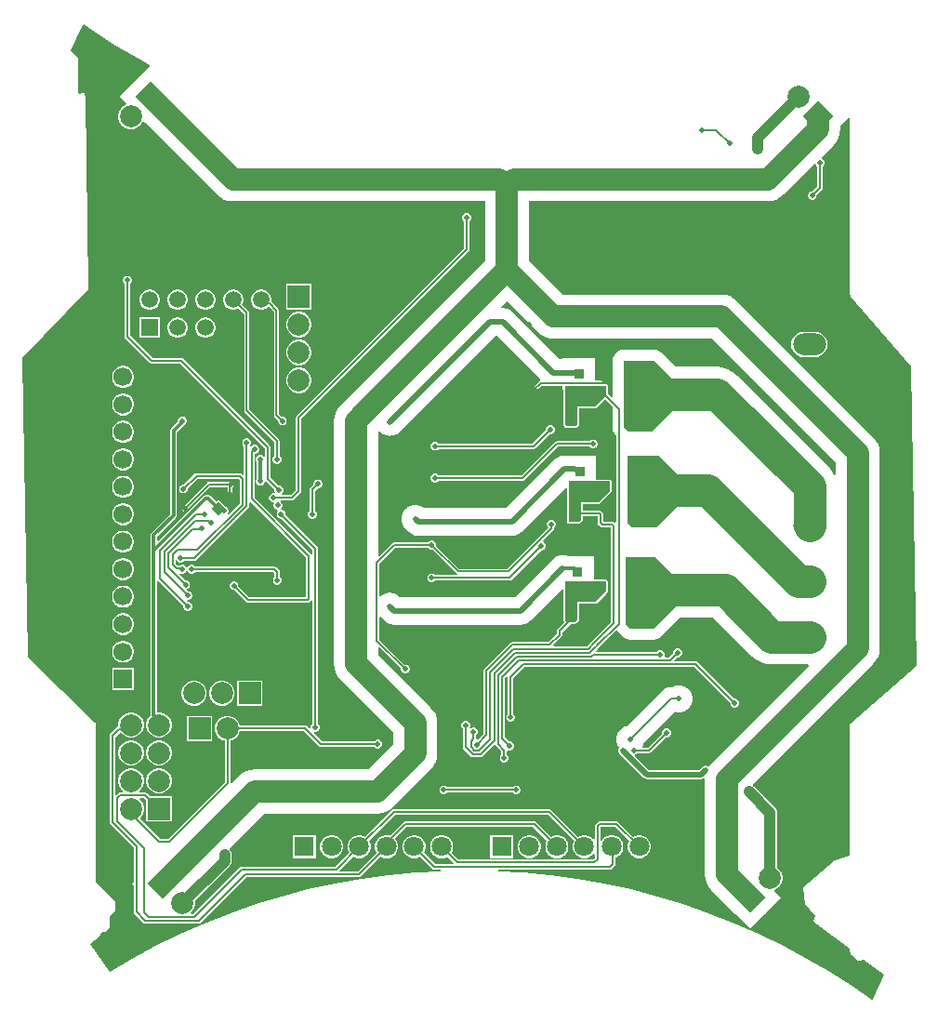
<source format=gbr>
G04*
G04 #@! TF.GenerationSoftware,Altium Limited,Altium Designer,22.4.2 (48)*
G04*
G04 Layer_Physical_Order=2*
G04 Layer_Color=16711680*
%FSLAX44Y44*%
%MOMM*%
G71*
G04*
G04 #@! TF.SameCoordinates,72DCB881-4164-4183-B9F3-641E9368B05D*
G04*
G04*
G04 #@! TF.FilePolarity,Positive*
G04*
G01*
G75*
%ADD10C,0.2000*%
%ADD11C,0.3000*%
%ADD25R,0.9000X0.9000*%
%ADD84C,0.1524*%
%ADD86C,0.5000*%
%ADD88C,1.0000*%
%ADD89C,2.0000*%
%ADD90C,1.7000*%
%ADD91R,1.7000X1.7000*%
%ADD92C,2.0000*%
%ADD93P,2.8284X4X270.0*%
%ADD94O,3.0000X2.0000*%
%ADD95P,2.8284X4X180.0*%
%ADD96C,1.8000*%
%ADD97R,1.8000X1.8000*%
%ADD98R,2.0000X2.0000*%
%ADD99R,2.0000X2.0000*%
%ADD100R,1.5000X1.5000*%
%ADD101C,1.5000*%
%ADD102O,2.0000X3.0000*%
%ADD103C,0.5000*%
%ADD104R,0.9000X1.6000*%
%ADD105P,1.2728X4X270.0*%
%ADD106C,3.0000*%
G36*
X686863Y640862D02*
X687165Y479995D01*
X687253Y479555D01*
X687307Y479111D01*
X687362Y479015D01*
X687383Y478907D01*
X687633Y478534D01*
X687853Y478144D01*
X742557Y414583D01*
X747337Y142106D01*
X687467Y89639D01*
X687409Y89564D01*
X687330Y89511D01*
X687073Y89127D01*
X686790Y88759D01*
X686766Y88667D01*
X686713Y88589D01*
X686623Y88134D01*
X686503Y87687D01*
X686515Y87593D01*
X686497Y87500D01*
Y-27892D01*
X686499Y-27903D01*
X686497Y-27913D01*
X686516Y-30495D01*
X673000Y-35000D01*
X655000Y-50000D01*
X644000Y-60000D01*
X646000Y-75000D01*
X655000Y-86000D01*
X654000Y-91000D01*
X687132Y-115849D01*
X687155Y-119021D01*
X687180Y-119138D01*
X687167Y-119257D01*
X687291Y-119678D01*
X687380Y-120108D01*
X687447Y-120207D01*
X687481Y-120322D01*
X687757Y-120663D01*
X688003Y-121026D01*
X688103Y-121092D01*
X688179Y-121185D01*
X694179Y-126185D01*
X694504Y-126362D01*
X694802Y-126580D01*
X694987Y-126625D01*
X695154Y-126716D01*
X695521Y-126755D01*
X695881Y-126842D01*
X696068Y-126813D01*
X696257Y-126833D01*
X696612Y-126728D01*
X696977Y-126671D01*
X697140Y-126573D01*
X697322Y-126519D01*
X697610Y-126286D01*
X697925Y-126094D01*
X698037Y-125941D01*
X698185Y-125821D01*
X698222Y-125754D01*
X699033Y-125411D01*
X699758Y-125319D01*
X718248Y-139186D01*
X707875Y-161518D01*
X706648Y-161849D01*
X690161Y-150358D01*
X669344Y-137032D01*
X648020Y-124533D01*
X626221Y-112882D01*
X603982Y-102095D01*
X581337Y-92190D01*
X558320Y-83181D01*
X534967Y-75083D01*
X511314Y-67908D01*
X487398Y-61667D01*
X463255Y-56370D01*
X438923Y-52025D01*
X414439Y-48638D01*
X389841Y-46216D01*
X366503Y-44839D01*
X366541Y-43569D01*
X468000D01*
X468983Y-43374D01*
X469817Y-42817D01*
X472817Y-39817D01*
X473374Y-38983D01*
X473569Y-38000D01*
Y-32435D01*
X474061Y-32303D01*
X476459Y-30918D01*
X478418Y-28959D01*
X479803Y-26561D01*
X480520Y-23885D01*
Y-21115D01*
X479803Y-18439D01*
X478418Y-16041D01*
X476459Y-14082D01*
X474061Y-12697D01*
X471385Y-11980D01*
X468615D01*
X465939Y-12697D01*
X463541Y-14082D01*
X461582Y-16041D01*
X460839Y-17327D01*
X459569Y-16986D01*
Y-5064D01*
X460064Y-4569D01*
X473436D01*
X485969Y-17103D01*
X485197Y-18439D01*
X484480Y-21115D01*
Y-23885D01*
X485197Y-26561D01*
X486582Y-28959D01*
X488541Y-30918D01*
X490939Y-32303D01*
X493615Y-33020D01*
X496385D01*
X499061Y-32303D01*
X501459Y-30918D01*
X503418Y-28959D01*
X504803Y-26561D01*
X505520Y-23885D01*
Y-21115D01*
X504803Y-18439D01*
X503418Y-16041D01*
X501459Y-14082D01*
X499061Y-12697D01*
X496385Y-11980D01*
X493615D01*
X490939Y-12697D01*
X489603Y-13469D01*
X476317Y-183D01*
X475483Y374D01*
X474500Y569D01*
X459000D01*
X458017Y374D01*
X457183Y-183D01*
X455183Y-2183D01*
X454626Y-3017D01*
X454431Y-4000D01*
Y-15419D01*
X453161Y-15783D01*
X451459Y-14082D01*
X449061Y-12697D01*
X446385Y-11980D01*
X443615D01*
X440939Y-12697D01*
X439603Y-13469D01*
X415317Y10817D01*
X414483Y11374D01*
X413500Y11569D01*
X271500D01*
X270517Y11374D01*
X269683Y10817D01*
X245397Y-13469D01*
X244061Y-12697D01*
X241385Y-11980D01*
X238615D01*
X235939Y-12697D01*
X233541Y-14082D01*
X231582Y-16041D01*
X230197Y-18439D01*
X229480Y-21115D01*
Y-23885D01*
X230197Y-26561D01*
X230969Y-27898D01*
X218039Y-40827D01*
X132603D01*
X131620Y-41023D01*
X130787Y-41580D01*
X88435Y-83931D01*
X87118D01*
X86591Y-82661D01*
X88199Y-81054D01*
X89715Y-78427D01*
X90500Y-75497D01*
Y-72464D01*
X90352Y-71909D01*
X122150Y-40111D01*
X122150Y-40111D01*
X123195Y-38749D01*
X123852Y-37163D01*
X124076Y-35461D01*
Y-30000D01*
X123852Y-28298D01*
X123195Y-26712D01*
X122150Y-25350D01*
X121760Y-25051D01*
X121677Y-23783D01*
X153080Y7619D01*
X256716D01*
X260637Y8005D01*
X264407Y9149D01*
X267881Y11006D01*
X270926Y13505D01*
X305211Y47789D01*
X307710Y50835D01*
X309567Y54309D01*
X310711Y58079D01*
X311097Y62000D01*
Y90000D01*
X310711Y93921D01*
X309567Y97691D01*
X307710Y101165D01*
X305211Y104211D01*
X257097Y152324D01*
Y158953D01*
X258270Y159439D01*
X277980Y139729D01*
Y138200D01*
X278592Y136723D01*
X279723Y135592D01*
X281200Y134980D01*
X282800D01*
X284277Y135592D01*
X285408Y136723D01*
X286020Y138200D01*
Y139800D01*
X285408Y141277D01*
X284277Y142408D01*
X282800Y143020D01*
X281271D01*
X258327Y165964D01*
Y186047D01*
X259597Y186573D01*
X263085Y183085D01*
X263085Y183085D01*
X265696Y181081D01*
X268737Y179822D01*
X272000Y179392D01*
X387000D01*
X390263Y179822D01*
X393304Y181081D01*
X395915Y183085D01*
X425085Y212255D01*
X426355Y211728D01*
Y183000D01*
X426803Y181917D01*
X420493Y175607D01*
X419936Y174773D01*
X419741Y173790D01*
Y171334D01*
X412036Y163629D01*
X379148D01*
X378165Y163434D01*
X377331Y162877D01*
X354103Y139649D01*
X353546Y138815D01*
X353351Y137832D01*
Y79984D01*
X348237Y74871D01*
X347736Y74946D01*
X346619Y75614D01*
Y78934D01*
X347458Y79773D01*
X348070Y81250D01*
Y82849D01*
X347458Y84327D01*
X346327Y85458D01*
X344849Y86070D01*
X343250D01*
X341772Y85458D01*
X341381Y85066D01*
X340408Y85783D01*
X341020Y87260D01*
Y88860D01*
X340408Y90337D01*
X339277Y91468D01*
X337800Y92080D01*
X336200D01*
X334723Y91468D01*
X333592Y90337D01*
X332980Y88860D01*
Y87260D01*
X333592Y85783D01*
X334431Y84944D01*
Y67923D01*
X334626Y66939D01*
X335183Y66106D01*
X341646Y59643D01*
X342479Y59086D01*
X343463Y58891D01*
X350537D01*
X351521Y59086D01*
X352354Y59643D01*
X362755Y70044D01*
X364019Y69778D01*
X364170Y69663D01*
X364663Y68926D01*
X369431Y64158D01*
Y61116D01*
X368592Y60277D01*
X367980Y58800D01*
Y57200D01*
X368592Y55723D01*
X369723Y54592D01*
X371200Y53980D01*
X372800D01*
X374277Y54592D01*
X375408Y55723D01*
X376020Y57200D01*
Y58800D01*
X375408Y60277D01*
X374569Y61116D01*
Y64271D01*
X375839Y65120D01*
X376217Y64963D01*
X377816D01*
X379294Y65575D01*
X380425Y66706D01*
X381037Y68184D01*
Y69783D01*
X380425Y71260D01*
X379294Y72391D01*
X377816Y73003D01*
X376630D01*
X372569Y77064D01*
Y130936D01*
X374260Y132627D01*
X375431Y132001D01*
X375431Y132000D01*
Y98116D01*
X374592Y97277D01*
X373980Y95800D01*
Y94200D01*
X374592Y92723D01*
X375723Y91592D01*
X377200Y90980D01*
X378800D01*
X380277Y91592D01*
X381408Y92723D01*
X382020Y94200D01*
Y95800D01*
X381408Y97277D01*
X380569Y98116D01*
Y130936D01*
X390524Y140891D01*
X545476D01*
X577980Y108386D01*
Y107200D01*
X578592Y105723D01*
X579723Y104592D01*
X581200Y103980D01*
X582800D01*
X584277Y104592D01*
X585408Y105723D01*
X586020Y107200D01*
Y108800D01*
X585408Y110277D01*
X584277Y111408D01*
X582800Y112020D01*
X581614D01*
X548357Y145277D01*
X547523Y145834D01*
X546540Y146029D01*
X527322D01*
X526836Y147203D01*
X529578Y149944D01*
X530800D01*
X532277Y150556D01*
X533408Y151687D01*
X534020Y153165D01*
Y154764D01*
X533408Y156242D01*
X532277Y157372D01*
X530800Y157984D01*
X529200D01*
X527723Y157372D01*
X526592Y156242D01*
X525980Y154764D01*
Y153614D01*
X521916Y149549D01*
X518711D01*
X517862Y150819D01*
X518020Y151200D01*
Y152800D01*
X517408Y154277D01*
X516277Y155408D01*
X514800Y156020D01*
X513200D01*
X511723Y155408D01*
X510884Y154569D01*
X455818D01*
X455332Y155743D01*
X457120Y157530D01*
X457379Y157703D01*
X473744Y174068D01*
X475011Y173985D01*
X475868Y172868D01*
X475868Y172868D01*
X479868Y168868D01*
X481957Y167265D01*
X484389Y166257D01*
X487000Y165914D01*
X508000D01*
X508000Y165914D01*
X510611Y166257D01*
X513043Y167265D01*
X515132Y168868D01*
X532143Y185879D01*
X562595D01*
X597837Y150637D01*
X597837Y150637D01*
X601644Y147513D01*
X605987Y145191D01*
X610699Y143762D01*
X615600Y143279D01*
X615600Y143279D01*
X649062D01*
X649588Y142009D01*
X560789Y53211D01*
X559048Y51089D01*
X557900Y50440D01*
X557657Y50541D01*
X557217Y50802D01*
X557191Y50819D01*
X556795Y50898D01*
X556423Y51052D01*
X556019D01*
X555623Y51131D01*
X555227Y51052D01*
X554823D01*
X554450Y50898D01*
X554054Y50819D01*
X553718Y50595D01*
X553346Y50440D01*
X553060Y50155D01*
X552724Y49931D01*
X549893Y47099D01*
X503698D01*
X490990Y59807D01*
X491375Y61218D01*
X492277Y61592D01*
X493358Y62673D01*
X504000D01*
X504890Y62850D01*
X505645Y63355D01*
X519271Y76980D01*
X520800D01*
X522277Y77592D01*
X523408Y78723D01*
X524020Y80200D01*
Y81800D01*
X523408Y83277D01*
X522277Y84408D01*
X520800Y85020D01*
X519200D01*
X517723Y84408D01*
X516592Y83277D01*
X515980Y81800D01*
Y80271D01*
X503036Y67327D01*
X498274D01*
X497639Y68427D01*
X498648Y70175D01*
X499059Y71708D01*
X527380Y100029D01*
X529354Y99500D01*
X532646D01*
X535825Y100352D01*
X538675Y101997D01*
X541003Y104325D01*
X542648Y107175D01*
X543500Y110354D01*
Y113646D01*
X542648Y116825D01*
X541003Y119675D01*
X538675Y122002D01*
X535825Y123648D01*
X532646Y124500D01*
X529354D01*
X526175Y123648D01*
X524801Y122855D01*
X524000D01*
X521191Y122485D01*
X518573Y121401D01*
X516324Y119676D01*
X483708Y87059D01*
X482175Y86648D01*
X479325Y85002D01*
X476997Y82675D01*
X475352Y79825D01*
X474500Y76646D01*
Y73354D01*
X475352Y70175D01*
X476866Y67552D01*
X476592Y67277D01*
X476438Y66904D01*
X476213Y66568D01*
X476134Y66172D01*
X475980Y65800D01*
Y65396D01*
X475901Y65000D01*
X475980Y64604D01*
Y64200D01*
X476134Y63828D01*
X476213Y63431D01*
X476438Y63096D01*
X476592Y62723D01*
X476877Y62437D01*
X477102Y62102D01*
X499102Y40102D01*
X500432Y39213D01*
X502000Y38901D01*
X551590D01*
X553159Y39213D01*
X553683Y39563D01*
X554573Y39152D01*
X554903Y38851D01*
Y-47961D01*
X555289Y-51881D01*
X556433Y-55651D01*
X558290Y-59126D01*
X560789Y-62171D01*
X581809Y-83191D01*
X582572Y-83817D01*
X596020Y-97265D01*
X609467Y-83817D01*
X610230Y-83191D01*
X610857Y-82428D01*
X624304Y-68980D01*
X618281Y-62957D01*
X618711Y-61591D01*
X621054Y-60238D01*
X623199Y-58093D01*
X624715Y-55466D01*
X625500Y-52536D01*
Y-49503D01*
X624715Y-46573D01*
X623199Y-43946D01*
X621054Y-41802D01*
X620556Y-41514D01*
Y8520D01*
X620332Y10222D01*
X619675Y11808D01*
X618630Y13170D01*
X618630Y13170D01*
X599670Y32130D01*
X598922Y32705D01*
X598705Y34284D01*
X708211Y143790D01*
X710710Y146835D01*
X712567Y150309D01*
X713711Y154079D01*
X714097Y158000D01*
Y336000D01*
X713711Y339921D01*
X712567Y343691D01*
X710710Y347165D01*
X708211Y350211D01*
X584211Y474211D01*
X581165Y476710D01*
X577691Y478567D01*
X573921Y479711D01*
X570000Y480097D01*
X425326D01*
X394697Y510726D01*
Y550000D01*
Y555000D01*
Y564903D01*
X612500D01*
X616421Y565289D01*
X620191Y566433D01*
X623665Y568290D01*
X626711Y570789D01*
X654807Y598885D01*
X656255Y598537D01*
X656592Y597723D01*
X657431Y596884D01*
Y578564D01*
X652886Y574020D01*
X651700D01*
X650223Y573408D01*
X649092Y572277D01*
X648480Y570800D01*
Y569200D01*
X649092Y567723D01*
X650223Y566592D01*
X651700Y565980D01*
X653300D01*
X654777Y566592D01*
X655908Y567723D01*
X656520Y569200D01*
Y570386D01*
X661817Y575683D01*
X662374Y576517D01*
X662569Y577500D01*
Y596884D01*
X663408Y597723D01*
X664020Y599200D01*
Y600800D01*
X663408Y602277D01*
X662277Y603408D01*
X661463Y603745D01*
X661115Y605193D01*
X672171Y616250D01*
X674670Y619295D01*
X676527Y622770D01*
X677671Y626540D01*
X678057Y630461D01*
Y633852D01*
X685592Y641387D01*
X686863Y640862D01*
D02*
G37*
G36*
X465000Y388000D02*
X455000Y378000D01*
X439000D01*
Y362000D01*
X437000Y360000D01*
X429000D01*
X428000Y361000D01*
Y397000D01*
X465000D01*
Y388000D01*
D02*
G37*
G36*
X528000Y400000D02*
Y377000D01*
X506000Y355000D01*
X485000D01*
X481000Y359000D01*
Y420000D01*
X508000D01*
X528000Y400000D01*
D02*
G37*
G36*
X405123Y403047D02*
X404705Y401669D01*
X404610Y401650D01*
X403855Y401145D01*
X400709Y398000D01*
X400205Y397245D01*
X400028Y396355D01*
X400205Y395464D01*
X400709Y394710D01*
X401464Y394205D01*
X402355Y394028D01*
X403245Y394205D01*
X404000Y394710D01*
X406464Y397173D01*
X412842D01*
X412973Y397138D01*
X413737Y396822D01*
X414556Y396714D01*
X415354Y396500D01*
X416180D01*
X417000Y396392D01*
X417000Y396392D01*
X425500D01*
Y393000D01*
X426355D01*
Y361000D01*
X426837Y359837D01*
X427837Y358837D01*
X429000Y358355D01*
X437000D01*
X438163Y358837D01*
X439807Y360480D01*
X440020D01*
Y360693D01*
X440163Y360837D01*
X440645Y362000D01*
Y376355D01*
X455000D01*
X456163Y376837D01*
X464096Y384770D01*
X470914Y377953D01*
Y359000D01*
X471257Y356390D01*
X472265Y353957D01*
X473868Y351868D01*
X473868Y351868D01*
X473911Y351825D01*
Y299321D01*
X473879Y299000D01*
X473911Y298679D01*
Y272847D01*
X472746Y272332D01*
X472641Y272313D01*
X471832Y272854D01*
X470848Y273049D01*
X462549D01*
Y279828D01*
X462549Y279828D01*
X462354Y280812D01*
X461797Y281645D01*
X460625Y282817D01*
X459792Y283374D01*
X458808Y283569D01*
X443645D01*
Y289355D01*
X458000D01*
X459163Y289837D01*
X466807Y297480D01*
X467020D01*
Y297693D01*
X469163Y299837D01*
X469645Y301000D01*
Y310000D01*
X469163Y311163D01*
X468000Y311645D01*
X455500D01*
Y333000D01*
X439820D01*
X439739Y333011D01*
X439334Y333178D01*
X436071Y333608D01*
X427000D01*
X426181Y333500D01*
X425354D01*
X424556Y333286D01*
X423737Y333178D01*
X422973Y332862D01*
X422175Y332648D01*
X421460Y332235D01*
X420696Y331919D01*
X420040Y331416D01*
X419325Y331003D01*
X418741Y330418D01*
X418085Y329915D01*
X373778Y285608D01*
X299070D01*
X298675Y286003D01*
X297960Y286416D01*
X297304Y286919D01*
X296541Y287235D01*
X295825Y287648D01*
X295027Y287862D01*
X294263Y288178D01*
X293444Y288286D01*
X292646Y288500D01*
X291819D01*
X291000Y288608D01*
X290181Y288500D01*
X289354D01*
X288556Y288286D01*
X287737Y288178D01*
X286973Y287862D01*
X286175Y287648D01*
X285460Y287235D01*
X284696Y286919D01*
X284040Y286416D01*
X283325Y286003D01*
X282740Y285418D01*
X282085Y284915D01*
X281582Y284259D01*
X280998Y283675D01*
X280584Y282960D01*
X280081Y282304D01*
X279765Y281541D01*
X279352Y280825D01*
X279138Y280027D01*
X278822Y279263D01*
X278714Y278444D01*
X278500Y277646D01*
Y276819D01*
X278392Y276000D01*
X278500Y275181D01*
Y274354D01*
X278714Y273556D01*
X278822Y272737D01*
X279138Y271973D01*
X279352Y271175D01*
X279765Y270460D01*
X280081Y269696D01*
X280584Y269040D01*
X280998Y268325D01*
X281582Y267740D01*
X282085Y267085D01*
X285085Y264085D01*
X287696Y262081D01*
X290737Y260822D01*
X294000Y260392D01*
X379000D01*
X382263Y260822D01*
X385304Y262081D01*
X387915Y264085D01*
X427830Y304000D01*
X429355D01*
Y290520D01*
X428980D01*
Y271480D01*
X431698D01*
X432000Y271355D01*
X440000D01*
X440302Y271480D01*
X441020D01*
Y271777D01*
X441163Y271837D01*
X443163Y273837D01*
X443645Y275000D01*
Y278431D01*
X457411D01*
Y271956D01*
X457606Y270973D01*
X458163Y270139D01*
X459639Y268663D01*
X460473Y268106D01*
X461456Y267910D01*
X469451D01*
Y182020D01*
X452460Y165030D01*
X452201Y164857D01*
X447454Y160109D01*
X417443D01*
X416956Y161283D01*
X424127Y168453D01*
X424684Y169287D01*
X424879Y170270D01*
X424879Y170270D01*
Y172726D01*
X432509Y180355D01*
X437000D01*
X437302Y180480D01*
X439020D01*
Y181693D01*
X440163Y182837D01*
X440645Y184000D01*
Y198355D01*
X455000D01*
X456163Y198837D01*
X463807Y206480D01*
X465020D01*
Y207693D01*
X466163Y208837D01*
X466645Y210000D01*
Y219000D01*
X466163Y220163D01*
X465000Y220645D01*
X453500D01*
Y242000D01*
X436642D01*
X436017Y242082D01*
X436017Y242082D01*
X430393D01*
X430308Y242131D01*
X429510Y242345D01*
X428746Y242661D01*
X427927Y242769D01*
X427129Y242983D01*
X426302D01*
X425483Y243091D01*
X424664Y242983D01*
X423837D01*
X423039Y242769D01*
X422220Y242661D01*
X421456Y242345D01*
X420658Y242131D01*
X419943Y241718D01*
X419179Y241402D01*
X418523Y240899D01*
X417808Y240485D01*
X417224Y239901D01*
X416568Y239398D01*
X381778Y204608D01*
X277222D01*
X276915Y204915D01*
X276259Y205418D01*
X275675Y206003D01*
X274960Y206416D01*
X274304Y206919D01*
X273540Y207235D01*
X272825Y207648D01*
X272027Y207862D01*
X271263Y208178D01*
X270444Y208286D01*
X269646Y208500D01*
X268819D01*
X268000Y208608D01*
X267181Y208500D01*
X266354D01*
X265556Y208286D01*
X264737Y208178D01*
X263973Y207862D01*
X263175Y207648D01*
X262460Y207235D01*
X261696Y206919D01*
X261040Y206416D01*
X260325Y206003D01*
X259741Y205418D01*
X259597Y205308D01*
X258327Y205934D01*
Y235036D01*
X272964Y249673D01*
X302642D01*
X303723Y248592D01*
X305200Y247980D01*
X306730D01*
X328355Y226355D01*
X329110Y225850D01*
X329165Y225839D01*
X329040Y224569D01*
X309116D01*
X308277Y225408D01*
X306800Y226020D01*
X305200D01*
X303723Y225408D01*
X302592Y224277D01*
X301980Y222800D01*
Y221200D01*
X302592Y219723D01*
X303723Y218592D01*
X305200Y217980D01*
X306800D01*
X308277Y218592D01*
X309116Y219431D01*
X376870D01*
X377853Y219626D01*
X378687Y220183D01*
X405504Y247000D01*
X406690D01*
X408167Y247612D01*
X409298Y248743D01*
X409910Y250220D01*
Y251820D01*
X409298Y253297D01*
X408167Y254428D01*
X407782Y254588D01*
X407484Y256086D01*
X416645Y265247D01*
X417150Y266002D01*
X417327Y266893D01*
Y267642D01*
X418408Y268723D01*
X419020Y270200D01*
Y271800D01*
X418408Y273277D01*
X417277Y274408D01*
X415800Y275020D01*
X414200D01*
X412723Y274408D01*
X411592Y273277D01*
X410980Y271800D01*
Y270200D01*
X411592Y268723D01*
X412566Y267749D01*
X375144Y230327D01*
X330964D01*
X310020Y251271D01*
Y252800D01*
X309408Y254277D01*
X308277Y255408D01*
X306800Y256020D01*
X305200D01*
X303723Y255408D01*
X302642Y254327D01*
X272000D01*
X271110Y254150D01*
X270355Y253645D01*
X258270Y241561D01*
X257097Y242047D01*
Y355433D01*
X258367Y355956D01*
X258582Y355741D01*
X259085Y355085D01*
X259741Y354582D01*
X260325Y353997D01*
X261040Y353584D01*
X261696Y353081D01*
X262460Y352765D01*
X263175Y352352D01*
X263973Y352138D01*
X264737Y351822D01*
X265556Y351714D01*
X266354Y351500D01*
X267181D01*
X268000Y351392D01*
X268819Y351500D01*
X269646D01*
X270444Y351714D01*
X271263Y351822D01*
X272027Y352138D01*
X272825Y352352D01*
X273540Y352765D01*
X274304Y353081D01*
X274960Y353584D01*
X275675Y353997D01*
X276259Y354582D01*
X276915Y355085D01*
X364222Y442392D01*
X365778D01*
X405123Y403047D01*
D02*
G37*
G36*
X402791Y445789D02*
X405836Y443290D01*
X409311Y441433D01*
X413081Y440289D01*
X417001Y439903D01*
X561676D01*
X673903Y327676D01*
Y316008D01*
X672633Y315690D01*
X670887Y318957D01*
X667763Y322763D01*
X667763Y322763D01*
X583763Y406763D01*
X579956Y409887D01*
X575613Y412209D01*
X570901Y413638D01*
X566000Y414121D01*
X566000Y414121D01*
X528143D01*
X515132Y427132D01*
X513043Y428735D01*
X510611Y429743D01*
X508000Y430086D01*
X481000D01*
X478390Y429743D01*
X475957Y428735D01*
X473868Y427132D01*
X472265Y425043D01*
X471257Y422611D01*
X470914Y420000D01*
Y386879D01*
X469740Y386393D01*
X466645Y389488D01*
Y397000D01*
X466163Y398163D01*
X466020Y398223D01*
Y398520D01*
X465302D01*
X465000Y398645D01*
X463028D01*
X462327Y399500D01*
X462150Y400390D01*
X461645Y401145D01*
X460890Y401650D01*
X460000Y401827D01*
X454500D01*
Y422000D01*
X425500D01*
Y421608D01*
X422222D01*
X379915Y463915D01*
X377304Y465919D01*
X374263Y467178D01*
X371000Y467608D01*
X369887D01*
X369401Y468781D01*
X374600Y473980D01*
X402791Y445789D01*
D02*
G37*
G36*
X468000Y301000D02*
X458000Y291000D01*
X442000D01*
Y275000D01*
X440000Y273000D01*
X432000D01*
X431000Y274000D01*
Y310000D01*
X468000D01*
Y301000D01*
D02*
G37*
G36*
X529500Y316500D02*
Y286500D01*
X511000Y268000D01*
X488000D01*
X484000Y272000D01*
Y333000D01*
X513000D01*
X529500Y316500D01*
D02*
G37*
G36*
X465000Y210000D02*
X455000Y200000D01*
X439000D01*
Y184000D01*
X437000Y182000D01*
X429000D01*
X428000Y183000D01*
Y219000D01*
X465000D01*
Y210000D01*
D02*
G37*
G36*
X530000Y221000D02*
Y198000D01*
X508000Y176000D01*
X487000D01*
X483000Y180000D01*
Y241000D01*
X510000D01*
X530000Y221000D01*
D02*
G37*
G36*
X-2599Y720321D02*
X18150Y707039D01*
X34924Y697207D01*
X37452Y695351D01*
X39277Y694657D01*
X39404Y694582D01*
X49330Y689277D01*
X49475Y687759D01*
X36553Y674837D01*
X35789Y674211D01*
X35163Y673447D01*
X21716Y660000D01*
X27739Y653977D01*
X27309Y652611D01*
X24966Y651258D01*
X22821Y649113D01*
X21305Y646486D01*
X20519Y643556D01*
Y640523D01*
X21305Y637593D01*
X22821Y634966D01*
X24966Y632821D01*
X27593Y631305D01*
X30523Y630519D01*
X33556D01*
X36486Y631305D01*
X39113Y632821D01*
X41258Y634966D01*
X42560Y637222D01*
X43961Y637618D01*
X110789Y570789D01*
X113835Y568290D01*
X117309Y566433D01*
X121079Y565289D01*
X125000Y564903D01*
X354503D01*
Y555000D01*
Y545000D01*
Y510726D01*
X222789Y379012D01*
X220290Y375967D01*
X218433Y372492D01*
X217289Y368722D01*
X216903Y364801D01*
Y144000D01*
X217289Y140079D01*
X218433Y136309D01*
X220290Y132835D01*
X222789Y129789D01*
X270903Y81676D01*
Y70324D01*
X248391Y47813D01*
X144755D01*
X140835Y47426D01*
X137065Y46283D01*
X133590Y44426D01*
X130545Y41926D01*
X123839Y35221D01*
X122569Y35747D01*
Y73762D01*
X124447Y74265D01*
X127073Y75782D01*
X129218Y77927D01*
X130735Y80553D01*
X131238Y82431D01*
X189936D01*
X203203Y69163D01*
X204037Y68606D01*
X205020Y68411D01*
X253884D01*
X254723Y67572D01*
X256200Y66960D01*
X257800D01*
X259277Y67572D01*
X260408Y68703D01*
X261020Y70180D01*
Y71780D01*
X260408Y73257D01*
X259277Y74388D01*
X257800Y75000D01*
X256200D01*
X254723Y74388D01*
X253884Y73549D01*
X206084D01*
X198827Y80807D01*
X198976Y81275D01*
X199450Y81980D01*
X200800D01*
X202277Y82592D01*
X203408Y83723D01*
X204020Y85200D01*
Y86800D01*
X203408Y88277D01*
X202569Y89116D01*
Y249000D01*
X202374Y249983D01*
X201817Y250817D01*
X201817Y250817D01*
X173020Y279614D01*
Y280800D01*
X172408Y282277D01*
X171277Y283408D01*
X169800Y284020D01*
X169501D01*
X168975Y285290D01*
X169408Y285723D01*
X170020Y287200D01*
Y288800D01*
X169408Y290277D01*
X168525Y291161D01*
X168843Y292317D01*
X168914Y292431D01*
X179000D01*
X179983Y292626D01*
X180817Y293183D01*
X186817Y299183D01*
X187374Y300017D01*
X187569Y301000D01*
Y366936D01*
X339817Y519183D01*
X340374Y520017D01*
X340569Y521000D01*
Y546924D01*
X341408Y547763D01*
X342020Y549240D01*
Y550840D01*
X341408Y552317D01*
X340277Y553448D01*
X338800Y554060D01*
X337200D01*
X335723Y553448D01*
X334592Y552317D01*
X333980Y550840D01*
Y549240D01*
X334592Y547763D01*
X335431Y546924D01*
Y522064D01*
X183183Y369817D01*
X182626Y368983D01*
X182431Y368000D01*
Y302064D01*
X177936Y297569D01*
X169914D01*
X169843Y297683D01*
X169524Y298839D01*
X170408Y299723D01*
X171020Y301200D01*
Y302800D01*
X170408Y304277D01*
X169277Y305408D01*
X167800Y306020D01*
X166614D01*
X159569Y313064D01*
Y341000D01*
X159569Y341000D01*
X159374Y341983D01*
X158817Y342817D01*
X158817Y342817D01*
X79817Y421817D01*
X78983Y422374D01*
X78000Y422569D01*
X52064D01*
X31569Y443064D01*
Y489884D01*
X32408Y490723D01*
X33020Y492200D01*
Y493800D01*
X32408Y495277D01*
X31277Y496408D01*
X29800Y497020D01*
X28200D01*
X26723Y496408D01*
X25592Y495277D01*
X24980Y493800D01*
Y492200D01*
X25592Y490723D01*
X26431Y489884D01*
Y442000D01*
X26626Y441017D01*
X27183Y440183D01*
X49183Y418183D01*
X50017Y417626D01*
X51000Y417431D01*
X76936D01*
X154431Y339936D01*
Y332914D01*
X154317Y332843D01*
X153161Y332525D01*
X152277Y333408D01*
X150800Y334020D01*
X149200D01*
X147723Y333408D01*
X146592Y332277D01*
X145980Y330800D01*
Y329200D01*
X146592Y327723D01*
X146921Y327394D01*
Y312606D01*
X146592Y312277D01*
X145980Y310800D01*
Y309200D01*
X146592Y307723D01*
X147723Y306592D01*
X149200Y305980D01*
X150800D01*
X152277Y306592D01*
X153408Y307723D01*
X154020Y309200D01*
Y309638D01*
X154841Y310023D01*
X155290Y310076D01*
X162980Y302386D01*
Y301200D01*
X163420Y300138D01*
X163115Y299588D01*
X162670Y299061D01*
X162613Y299020D01*
X161200D01*
X159723Y298408D01*
X158592Y297277D01*
X157980Y295800D01*
Y294200D01*
X158592Y292723D01*
X159723Y291592D01*
X161200Y290980D01*
X161613D01*
X161651Y290953D01*
X162357Y289710D01*
X161980Y288800D01*
Y287200D01*
X162592Y285723D01*
X163723Y284592D01*
X165200Y283980D01*
X165499D01*
X166025Y282710D01*
X165592Y282277D01*
X164980Y280800D01*
Y279200D01*
X165592Y277723D01*
X166723Y276592D01*
X168200Y275980D01*
X169386D01*
X197431Y247936D01*
Y243685D01*
X196161Y243302D01*
X195817Y243817D01*
X144569Y295064D01*
Y334980D01*
X145800D01*
X147277Y335592D01*
X148408Y336723D01*
X149020Y338200D01*
Y339800D01*
X148408Y341277D01*
X147277Y342408D01*
X145800Y343020D01*
X144200D01*
X142723Y342408D01*
X141753Y341438D01*
X141003Y341514D01*
X140413Y341750D01*
X140345Y342160D01*
X140908Y342723D01*
X141520Y344200D01*
Y345800D01*
X140908Y347277D01*
X139777Y348408D01*
X138300Y349020D01*
X136700D01*
X135223Y348408D01*
X134092Y347277D01*
X133480Y345800D01*
Y344200D01*
X134092Y342723D01*
X134931Y341884D01*
Y316362D01*
X133757Y315876D01*
X132817Y316817D01*
X131983Y317374D01*
X131000Y317569D01*
X92000D01*
X91017Y317374D01*
X90183Y316817D01*
X90183Y316817D01*
X80386Y307020D01*
X79200D01*
X77723Y306408D01*
X76592Y305277D01*
X75980Y303800D01*
Y302200D01*
X76592Y300723D01*
X77723Y299592D01*
X79200Y298980D01*
X80800D01*
X82277Y299592D01*
X83408Y300723D01*
X84020Y302200D01*
Y303386D01*
X93064Y312431D01*
X129936D01*
X130942Y311425D01*
Y289553D01*
X121372Y279983D01*
X120408Y280723D01*
X121020Y282200D01*
Y283800D01*
X120408Y285277D01*
X119277Y286408D01*
X117949Y286958D01*
X111697Y293210D01*
X109921Y291434D01*
X104920Y296435D01*
X103921Y297102D01*
X102743Y297337D01*
X100257D01*
X99079Y297102D01*
X98080Y296435D01*
X57252Y255607D01*
X56079Y256093D01*
Y259725D01*
X73177Y276823D01*
X73845Y277822D01*
X74079Y279000D01*
Y354725D01*
X80713Y361358D01*
X81277Y361592D01*
X82408Y362723D01*
X83020Y364200D01*
Y365800D01*
X82408Y367277D01*
X81277Y368408D01*
X79800Y369020D01*
X78200D01*
X76723Y368408D01*
X75592Y367277D01*
X74980Y365800D01*
Y364335D01*
X68823Y358177D01*
X68155Y357178D01*
X67921Y356000D01*
Y280275D01*
X50823Y263177D01*
X50155Y262178D01*
X49921Y261000D01*
Y247000D01*
Y97400D01*
X50051Y96743D01*
X48482Y95174D01*
X46965Y92547D01*
X46180Y89617D01*
Y86583D01*
X46965Y83653D01*
X48482Y81026D01*
X50627Y78882D01*
X53253Y77365D01*
X56183Y76580D01*
X59217D01*
X62147Y77365D01*
X64774Y78882D01*
X66918Y81026D01*
X68435Y83653D01*
X69220Y86583D01*
Y89617D01*
X68435Y92547D01*
X66918Y95174D01*
X64774Y97318D01*
X62147Y98835D01*
X59217Y99620D01*
X56183D01*
X56079Y99700D01*
Y218560D01*
X57349Y219017D01*
X79920Y196446D01*
Y195200D01*
X80532Y193723D01*
X81663Y192592D01*
X83140Y191980D01*
X84740D01*
X86217Y192592D01*
X87348Y193723D01*
X87960Y195200D01*
Y196800D01*
X87348Y198277D01*
X86217Y199408D01*
X84740Y200020D01*
X83699D01*
X82942Y200921D01*
X83521Y201980D01*
X84800D01*
X86277Y202592D01*
X87408Y203723D01*
X88020Y205200D01*
Y206800D01*
X87408Y208277D01*
X86277Y209408D01*
X84800Y210020D01*
X83699D01*
X82885Y210988D01*
X83259Y212170D01*
X84277Y212592D01*
X85408Y213723D01*
X86020Y215200D01*
Y216800D01*
X85408Y218277D01*
X84277Y219408D01*
X82800Y220020D01*
X81614D01*
X76021Y225613D01*
X76723Y226592D01*
X78200Y225980D01*
X79800D01*
X81277Y226592D01*
X82408Y227723D01*
X82563Y228096D01*
X83937D01*
X84092Y227723D01*
X85223Y226592D01*
X86700Y225980D01*
X88300D01*
X89777Y226592D01*
X90616Y227431D01*
X161636D01*
X162931Y226136D01*
Y223116D01*
X162092Y222277D01*
X161480Y220800D01*
Y219200D01*
X162092Y217723D01*
X163223Y216592D01*
X164700Y215980D01*
X166300D01*
X167777Y216592D01*
X168908Y217723D01*
X169520Y219200D01*
Y220800D01*
X168908Y222277D01*
X168069Y223116D01*
Y227200D01*
X167874Y228184D01*
X167317Y229017D01*
X164517Y231817D01*
X163684Y232374D01*
X162700Y232569D01*
X90616D01*
X89777Y233408D01*
X88300Y234020D01*
X86700D01*
X85223Y233408D01*
X84092Y232277D01*
X83937Y231904D01*
X82563D01*
X82408Y232277D01*
X81277Y233408D01*
X79800Y234020D01*
X78200D01*
X76723Y233408D01*
X76384Y233069D01*
X74564D01*
X72569Y235064D01*
Y238053D01*
X73839Y238306D01*
X74081Y237723D01*
X75212Y236592D01*
X76689Y235980D01*
X78289D01*
X79766Y236592D01*
X80605Y237431D01*
X90000D01*
X90983Y237626D01*
X91817Y238183D01*
X139317Y285683D01*
X139874Y286517D01*
X140069Y287500D01*
X140069Y287500D01*
Y290501D01*
X141339Y291027D01*
X191431Y240936D01*
Y204569D01*
X140044D01*
X130020Y214594D01*
Y215780D01*
X129408Y217257D01*
X128277Y218388D01*
X126800Y219000D01*
X125200D01*
X123723Y218388D01*
X122592Y217257D01*
X121980Y215780D01*
Y214180D01*
X122592Y212703D01*
X123723Y211572D01*
X125200Y210960D01*
X126386D01*
X137163Y200183D01*
X137997Y199626D01*
X138980Y199431D01*
X138980Y199431D01*
X192828D01*
X193812Y199626D01*
X194645Y200183D01*
X195817Y201355D01*
X196161Y201869D01*
X197431Y201487D01*
Y89116D01*
X196592Y88277D01*
X195980Y86800D01*
Y85450D01*
X195275Y84976D01*
X194807Y84827D01*
X192817Y86817D01*
X191983Y87374D01*
X191000Y87569D01*
X131238D01*
X130735Y89447D01*
X129218Y92073D01*
X127073Y94218D01*
X124447Y95735D01*
X121517Y96520D01*
X118483D01*
X115553Y95735D01*
X112927Y94218D01*
X110782Y92073D01*
X109265Y89447D01*
X108480Y86517D01*
Y83483D01*
X109265Y80553D01*
X110782Y77927D01*
X112927Y75782D01*
X115553Y74265D01*
X117431Y73762D01*
Y36064D01*
X65936Y-15431D01*
X59064D01*
X40163Y3471D01*
X41518Y4827D01*
X43035Y7453D01*
X43820Y10383D01*
Y13417D01*
X43035Y16347D01*
X41518Y18973D01*
X39911Y20581D01*
X40437Y21851D01*
X44116D01*
X46180Y19786D01*
Y380D01*
X69220D01*
Y23420D01*
X49814D01*
X46997Y26237D01*
X46163Y26794D01*
X45180Y26989D01*
X39803D01*
X39551Y28259D01*
X41518Y30227D01*
X43035Y32853D01*
X43820Y35783D01*
Y38817D01*
X43035Y41747D01*
X41518Y44373D01*
X39374Y46518D01*
X36747Y48035D01*
X33817Y48820D01*
X30783D01*
X27853Y48035D01*
X25227Y46518D01*
X23082Y44373D01*
X21565Y41747D01*
X20780Y38817D01*
Y35783D01*
X21565Y32853D01*
X23082Y30227D01*
X25049Y28259D01*
X24797Y26989D01*
X22420D01*
X22420Y26989D01*
X21437Y26794D01*
X20603Y26237D01*
X20603Y26237D01*
X18839Y24473D01*
X17569Y24999D01*
Y76936D01*
X21826Y81192D01*
X23082Y81026D01*
X25227Y78882D01*
X27853Y77365D01*
X30783Y76580D01*
X33817D01*
X36747Y77365D01*
X39374Y78882D01*
X41518Y81026D01*
X43035Y83653D01*
X43820Y86583D01*
Y89617D01*
X43035Y92547D01*
X41518Y95174D01*
X39374Y97318D01*
X36747Y98835D01*
X33817Y99620D01*
X30783D01*
X27853Y98835D01*
X25227Y97318D01*
X23082Y95174D01*
X21565Y92547D01*
X20780Y89617D01*
Y87051D01*
X20673Y87030D01*
X19839Y86473D01*
X13183Y79817D01*
X12626Y78983D01*
X12431Y78000D01*
Y0D01*
X12626Y-983D01*
X13183Y-1817D01*
X34431Y-23064D01*
Y-54325D01*
X32736Y-56020D01*
X34431Y-57715D01*
Y-82000D01*
X34626Y-82983D01*
X35183Y-83817D01*
X43203Y-91837D01*
X44037Y-92394D01*
X45020Y-92590D01*
X93980D01*
X94963Y-92394D01*
X95797Y-91837D01*
X137064Y-50569D01*
X239500D01*
X240483Y-50374D01*
X241317Y-49817D01*
X259603Y-31531D01*
X260939Y-32303D01*
X263615Y-33020D01*
X266385D01*
X269061Y-32303D01*
X271459Y-30918D01*
X273418Y-28959D01*
X274803Y-26561D01*
X275520Y-23885D01*
Y-21115D01*
X274803Y-18439D01*
X273418Y-16041D01*
X272591Y-15214D01*
X283236Y-4569D01*
X398436D01*
X410969Y-17103D01*
X410197Y-18439D01*
X409480Y-21115D01*
Y-23885D01*
X410197Y-26561D01*
X411582Y-28959D01*
X413541Y-30918D01*
X415939Y-32303D01*
X418615Y-33020D01*
X421385D01*
X424061Y-32303D01*
X426459Y-30918D01*
X428418Y-28959D01*
X429803Y-26561D01*
X430520Y-23885D01*
Y-21115D01*
X429803Y-18439D01*
X428418Y-16041D01*
X426459Y-14082D01*
X424061Y-12697D01*
X421385Y-11980D01*
X418615D01*
X415939Y-12697D01*
X414603Y-13469D01*
X401317Y-183D01*
X400483Y374D01*
X399500Y569D01*
X282172D01*
X281188Y374D01*
X280355Y-183D01*
X268099Y-12439D01*
X266385Y-11980D01*
X263615D01*
X260939Y-12697D01*
X258541Y-14082D01*
X256582Y-16041D01*
X255197Y-18439D01*
X254480Y-21115D01*
Y-23885D01*
X255197Y-26561D01*
X255969Y-27898D01*
X238436Y-45431D01*
X222499D01*
X221973Y-44161D01*
X234603Y-31531D01*
X235939Y-32303D01*
X238615Y-33020D01*
X241385D01*
X244061Y-32303D01*
X246459Y-30918D01*
X248418Y-28959D01*
X249803Y-26561D01*
X250520Y-23885D01*
Y-21115D01*
X249803Y-18439D01*
X249031Y-17103D01*
X272564Y6431D01*
X412436D01*
X435969Y-17103D01*
X435197Y-18439D01*
X434480Y-21115D01*
Y-23885D01*
X435197Y-26561D01*
X436582Y-28959D01*
X438541Y-30918D01*
X440939Y-32303D01*
X443615Y-33020D01*
X446385D01*
X449061Y-32303D01*
X451459Y-30918D01*
X453161Y-29217D01*
X454431Y-29581D01*
Y-32936D01*
X452936Y-34431D01*
X330564D01*
X324031Y-27898D01*
X324803Y-26561D01*
X325520Y-23885D01*
Y-21115D01*
X324803Y-18439D01*
X323418Y-16041D01*
X321459Y-14082D01*
X319061Y-12697D01*
X316385Y-11980D01*
X313615D01*
X310939Y-12697D01*
X308541Y-14082D01*
X306582Y-16041D01*
X305197Y-18439D01*
X304480Y-21115D01*
Y-23885D01*
X305197Y-26561D01*
X306582Y-28959D01*
X308541Y-30918D01*
X310939Y-32303D01*
X313615Y-33020D01*
X316385D01*
X319061Y-32303D01*
X320397Y-31531D01*
X326124Y-37257D01*
X325638Y-38431D01*
X309564D01*
X299031Y-27898D01*
X299803Y-26561D01*
X300520Y-23885D01*
Y-21115D01*
X299803Y-18439D01*
X298418Y-16041D01*
X296459Y-14082D01*
X294061Y-12697D01*
X291385Y-11980D01*
X288615D01*
X285939Y-12697D01*
X283541Y-14082D01*
X281582Y-16041D01*
X280197Y-18439D01*
X279480Y-21115D01*
Y-23885D01*
X280197Y-26561D01*
X281582Y-28959D01*
X283541Y-30918D01*
X285939Y-32303D01*
X288615Y-33020D01*
X291385D01*
X294061Y-32303D01*
X295397Y-31531D01*
X306683Y-42817D01*
X307517Y-43374D01*
X308500Y-43569D01*
X314368D01*
X314406Y-44839D01*
X291068Y-46216D01*
X266470Y-48638D01*
X241986Y-52025D01*
X217654Y-56370D01*
X193511Y-61667D01*
X169595Y-67908D01*
X145942Y-75083D01*
X122590Y-83181D01*
X99573Y-92190D01*
X76927Y-102095D01*
X54688Y-112882D01*
X32890Y-124533D01*
X12707Y-136363D01*
X-4897Y-111144D01*
X4000Y-104000D01*
X4000Y-104000D01*
X4168Y-102799D01*
X4609Y-101734D01*
X5734Y-100609D01*
X7204Y-100000D01*
X8000Y-100000D01*
X9000Y-100000D01*
X13000Y-96000D01*
Y-86000D01*
X18000Y-81000D01*
Y-72000D01*
X514Y-54514D01*
X515Y88025D01*
X510Y88050D01*
X515Y88075D01*
X402Y88593D01*
X299Y89114D01*
X285Y89135D01*
X279Y89159D01*
X-23Y89596D01*
X-318Y90036D01*
X-339Y90050D01*
X-353Y90071D01*
X-61972Y149565D01*
X-66752Y422032D01*
X-7259Y483650D01*
X-6658Y484584D01*
X-6461Y485676D01*
X-9538Y661061D01*
X-9773Y662145D01*
X-10406Y663057D01*
X-11340Y663658D01*
X-12432Y663855D01*
X-13517Y663620D01*
X-14428Y662987D01*
X-15686Y663379D01*
X-16000Y696000D01*
X-22787Y702025D01*
X-11846Y725580D01*
X-10619Y725911D01*
X-2599Y720321D01*
D02*
G37*
%LPC*%
G36*
X655000Y446219D02*
X645000D01*
X641993Y445824D01*
X639190Y444663D01*
X636784Y442816D01*
X634937Y440410D01*
X633777Y437607D01*
X633381Y434600D01*
X633777Y431593D01*
X634937Y428790D01*
X636784Y426384D01*
X639190Y424537D01*
X641993Y423377D01*
X645000Y422981D01*
X655000D01*
X658007Y423377D01*
X660810Y424537D01*
X663216Y426384D01*
X665063Y428790D01*
X666224Y431593D01*
X666619Y434600D01*
X666224Y437607D01*
X665063Y440410D01*
X663216Y442816D01*
X660810Y444663D01*
X658007Y445824D01*
X655000Y446219D01*
D02*
G37*
G36*
X383800Y33020D02*
X382200D01*
X380723Y32408D01*
X379884Y31569D01*
X320116D01*
X319277Y32408D01*
X317800Y33020D01*
X316200D01*
X314723Y32408D01*
X313592Y31277D01*
X312980Y29800D01*
Y28200D01*
X313592Y26723D01*
X314723Y25592D01*
X316200Y24980D01*
X317800D01*
X319277Y25592D01*
X320116Y26431D01*
X379884D01*
X380723Y25592D01*
X382200Y24980D01*
X383800D01*
X385277Y25592D01*
X386408Y26723D01*
X387020Y28200D01*
Y29800D01*
X386408Y31277D01*
X385277Y32408D01*
X383800Y33020D01*
D02*
G37*
G36*
X216385Y-11980D02*
X213615D01*
X210939Y-12697D01*
X208541Y-14082D01*
X206582Y-16041D01*
X205197Y-18439D01*
X204480Y-21115D01*
Y-23885D01*
X205197Y-26561D01*
X206582Y-28959D01*
X208541Y-30918D01*
X210939Y-32303D01*
X213615Y-33020D01*
X216385D01*
X219061Y-32303D01*
X221459Y-30918D01*
X223418Y-28959D01*
X224803Y-26561D01*
X225520Y-23885D01*
Y-21115D01*
X224803Y-18439D01*
X223418Y-16041D01*
X221459Y-14082D01*
X219061Y-12697D01*
X216385Y-11980D01*
D02*
G37*
G36*
X200520D02*
X179480D01*
Y-33020D01*
X200520D01*
Y-11980D01*
D02*
G37*
G36*
X414800Y361020D02*
X413200D01*
X411723Y360408D01*
X410592Y359277D01*
X409980Y357800D01*
Y356614D01*
X397936Y344569D01*
X312116D01*
X311277Y345408D01*
X309800Y346020D01*
X308200D01*
X306723Y345408D01*
X305592Y344277D01*
X304980Y342800D01*
Y341200D01*
X305592Y339723D01*
X306723Y338592D01*
X308200Y337980D01*
X309800D01*
X311277Y338592D01*
X312116Y339431D01*
X399000D01*
X399983Y339626D01*
X400817Y340183D01*
X413614Y352980D01*
X414800D01*
X416277Y353592D01*
X417408Y354723D01*
X418020Y356200D01*
Y357800D01*
X417408Y359277D01*
X416277Y360408D01*
X414800Y361020D01*
D02*
G37*
G36*
X453800Y348020D02*
X452200D01*
X450723Y347408D01*
X449884Y346569D01*
X420000D01*
X419017Y346374D01*
X418183Y345817D01*
X387936Y315569D01*
X312116D01*
X311277Y316408D01*
X309800Y317020D01*
X308200D01*
X306723Y316408D01*
X305592Y315277D01*
X304980Y313800D01*
Y312200D01*
X305592Y310723D01*
X306723Y309592D01*
X308200Y308980D01*
X309800D01*
X311277Y309592D01*
X312116Y310431D01*
X389000D01*
X389983Y310626D01*
X390817Y311183D01*
X421064Y341431D01*
X449884D01*
X450723Y340592D01*
X452200Y339980D01*
X453800D01*
X455277Y340592D01*
X456408Y341723D01*
X457020Y343200D01*
Y344800D01*
X456408Y346277D01*
X455277Y347408D01*
X453800Y348020D01*
D02*
G37*
G36*
X196520Y489620D02*
X173480D01*
Y466580D01*
X196520D01*
Y489620D01*
D02*
G37*
G36*
X101187Y484420D02*
X98813D01*
X96518Y483805D01*
X94462Y482618D01*
X92782Y480938D01*
X91595Y478882D01*
X90980Y476587D01*
Y474212D01*
X91595Y471918D01*
X92782Y469862D01*
X94462Y468182D01*
X96518Y466995D01*
X98813Y466380D01*
X101187D01*
X103482Y466995D01*
X105538Y468182D01*
X107218Y469862D01*
X108405Y471918D01*
X109020Y474212D01*
Y476587D01*
X108405Y478882D01*
X107218Y480938D01*
X105538Y482618D01*
X103482Y483805D01*
X101187Y484420D01*
D02*
G37*
G36*
X75788D02*
X73412D01*
X71118Y483805D01*
X69062Y482618D01*
X67382Y480938D01*
X66195Y478882D01*
X65580Y476587D01*
Y474212D01*
X66195Y471918D01*
X67382Y469862D01*
X69062Y468182D01*
X71118Y466995D01*
X73412Y466380D01*
X75788D01*
X78082Y466995D01*
X80138Y468182D01*
X81818Y469862D01*
X83005Y471918D01*
X83620Y474212D01*
Y476587D01*
X83005Y478882D01*
X81818Y480938D01*
X80138Y482618D01*
X78082Y483805D01*
X75788Y484420D01*
D02*
G37*
G36*
X50388D02*
X48012D01*
X45718Y483805D01*
X43662Y482618D01*
X41982Y480938D01*
X40795Y478882D01*
X40180Y476587D01*
Y474212D01*
X40795Y471918D01*
X41982Y469862D01*
X43662Y468182D01*
X45718Y466995D01*
X48012Y466380D01*
X50388D01*
X52682Y466995D01*
X54738Y468182D01*
X56418Y469862D01*
X57605Y471918D01*
X58220Y474212D01*
Y476587D01*
X57605Y478882D01*
X56418Y480938D01*
X54738Y482618D01*
X52682Y483805D01*
X50388Y484420D01*
D02*
G37*
G36*
X186517Y464220D02*
X183483D01*
X180553Y463435D01*
X177927Y461918D01*
X175782Y459773D01*
X174265Y457147D01*
X173480Y454217D01*
Y451183D01*
X174265Y448253D01*
X175782Y445626D01*
X177927Y443482D01*
X180553Y441965D01*
X183483Y441180D01*
X186517D01*
X189447Y441965D01*
X192073Y443482D01*
X194218Y445626D01*
X195735Y448253D01*
X196520Y451183D01*
Y454217D01*
X195735Y457147D01*
X194218Y459773D01*
X192073Y461918D01*
X189447Y463435D01*
X186517Y464220D01*
D02*
G37*
G36*
X101187Y459020D02*
X98813D01*
X96518Y458405D01*
X94462Y457218D01*
X92782Y455538D01*
X91595Y453482D01*
X90980Y451188D01*
Y448812D01*
X91595Y446518D01*
X92782Y444462D01*
X94462Y442782D01*
X96518Y441595D01*
X98813Y440980D01*
X101187D01*
X103482Y441595D01*
X105538Y442782D01*
X107218Y444462D01*
X108405Y446518D01*
X109020Y448812D01*
Y451188D01*
X108405Y453482D01*
X107218Y455538D01*
X105538Y457218D01*
X103482Y458405D01*
X101187Y459020D01*
D02*
G37*
G36*
X75788D02*
X73412D01*
X71118Y458405D01*
X69062Y457218D01*
X67382Y455538D01*
X66195Y453482D01*
X65580Y451188D01*
Y448812D01*
X66195Y446518D01*
X67382Y444462D01*
X69062Y442782D01*
X71118Y441595D01*
X73412Y440980D01*
X75788D01*
X78082Y441595D01*
X80138Y442782D01*
X81818Y444462D01*
X83005Y446518D01*
X83620Y448812D01*
Y451188D01*
X83005Y453482D01*
X81818Y455538D01*
X80138Y457218D01*
X78082Y458405D01*
X75788Y459020D01*
D02*
G37*
G36*
X58220D02*
X40180D01*
Y440980D01*
X58220D01*
Y459020D01*
D02*
G37*
G36*
X186517Y438820D02*
X183483D01*
X180553Y438035D01*
X177927Y436518D01*
X175782Y434374D01*
X174265Y431747D01*
X173480Y428817D01*
Y425783D01*
X174265Y422853D01*
X175782Y420227D01*
X177927Y418082D01*
X180553Y416565D01*
X183483Y415780D01*
X186517D01*
X189447Y416565D01*
X192073Y418082D01*
X194218Y420227D01*
X195735Y422853D01*
X196520Y425783D01*
Y428817D01*
X195735Y431747D01*
X194218Y434374D01*
X192073Y436518D01*
X189447Y438035D01*
X186517Y438820D01*
D02*
G37*
G36*
X26319Y415020D02*
X23681D01*
X21132Y414337D01*
X18848Y413018D01*
X16982Y411152D01*
X15663Y408868D01*
X14980Y406319D01*
Y403681D01*
X15663Y401132D01*
X16982Y398848D01*
X18848Y396982D01*
X21132Y395663D01*
X23681Y394980D01*
X26319D01*
X28868Y395663D01*
X31152Y396982D01*
X33018Y398848D01*
X34337Y401132D01*
X35020Y403681D01*
Y406319D01*
X34337Y408868D01*
X33018Y411152D01*
X31152Y413018D01*
X28868Y414337D01*
X26319Y415020D01*
D02*
G37*
G36*
X186517Y413420D02*
X183483D01*
X180553Y412635D01*
X177927Y411118D01*
X175782Y408974D01*
X174265Y406347D01*
X173480Y403417D01*
Y400383D01*
X174265Y397453D01*
X175782Y394827D01*
X177927Y392682D01*
X180553Y391165D01*
X183483Y390380D01*
X186517D01*
X189447Y391165D01*
X192073Y392682D01*
X194218Y394827D01*
X195735Y397453D01*
X196520Y400383D01*
Y403417D01*
X195735Y406347D01*
X194218Y408974D01*
X192073Y411118D01*
X189447Y412635D01*
X186517Y413420D01*
D02*
G37*
G36*
X26319Y390020D02*
X23681D01*
X21132Y389337D01*
X18848Y388018D01*
X16982Y386152D01*
X15663Y383868D01*
X14980Y381319D01*
Y378681D01*
X15663Y376132D01*
X16982Y373848D01*
X18848Y371982D01*
X21132Y370663D01*
X23681Y369980D01*
X26319D01*
X28868Y370663D01*
X31152Y371982D01*
X33018Y373848D01*
X34337Y376132D01*
X35020Y378681D01*
Y381319D01*
X34337Y383868D01*
X33018Y386152D01*
X31152Y388018D01*
X28868Y389337D01*
X26319Y390020D01*
D02*
G37*
G36*
X151987Y484420D02*
X149613D01*
X147318Y483805D01*
X145262Y482618D01*
X143582Y480938D01*
X142395Y478882D01*
X141780Y476587D01*
Y474212D01*
X142395Y471918D01*
X143582Y469862D01*
X145262Y468182D01*
X147318Y466995D01*
X149613Y466380D01*
X151987D01*
X154282Y466995D01*
X156338Y468182D01*
X157433Y469277D01*
X162341Y464369D01*
Y370332D01*
X162518Y369442D01*
X163022Y368687D01*
X165980Y365729D01*
Y364200D01*
X166592Y362723D01*
X167723Y361592D01*
X169200Y360980D01*
X170800D01*
X172277Y361592D01*
X173408Y362723D01*
X174020Y364200D01*
Y365800D01*
X173408Y367277D01*
X172277Y368408D01*
X170800Y369020D01*
X169270D01*
X166994Y371296D01*
Y465332D01*
X166817Y466223D01*
X166313Y466978D01*
X159741Y473549D01*
X159657Y473605D01*
X159820Y474212D01*
Y476587D01*
X159205Y478882D01*
X158018Y480938D01*
X156338Y482618D01*
X154282Y483805D01*
X151987Y484420D01*
D02*
G37*
G36*
X26319Y365020D02*
X23681D01*
X21132Y364337D01*
X18848Y363018D01*
X16982Y361152D01*
X15663Y358868D01*
X14980Y356319D01*
Y353681D01*
X15663Y351132D01*
X16982Y348848D01*
X18848Y346982D01*
X21132Y345663D01*
X23681Y344980D01*
X26319D01*
X28868Y345663D01*
X31152Y346982D01*
X33018Y348848D01*
X34337Y351132D01*
X35020Y353681D01*
Y356319D01*
X34337Y358868D01*
X33018Y361152D01*
X31152Y363018D01*
X28868Y364337D01*
X26319Y365020D01*
D02*
G37*
G36*
X126587Y484420D02*
X124213D01*
X121918Y483805D01*
X119862Y482618D01*
X118182Y480938D01*
X116995Y478882D01*
X116380Y476587D01*
Y474212D01*
X116995Y471918D01*
X118182Y469862D01*
X119862Y468182D01*
X121918Y466995D01*
X124213Y466380D01*
X126587D01*
X128882Y466995D01*
X129917Y467593D01*
X135173Y462336D01*
Y374500D01*
X135350Y373610D01*
X135855Y372855D01*
X162673Y346036D01*
Y333358D01*
X161592Y332277D01*
X160980Y330800D01*
Y329200D01*
X161592Y327723D01*
X162723Y326592D01*
X164200Y325980D01*
X165800D01*
X167277Y326592D01*
X168408Y327723D01*
X169020Y329200D01*
Y330800D01*
X168408Y332277D01*
X167327Y333358D01*
Y347000D01*
X167150Y347890D01*
X166645Y348645D01*
X139827Y375464D01*
Y463300D01*
X139650Y464190D01*
X139145Y464945D01*
X133208Y470883D01*
X133805Y471918D01*
X134420Y474212D01*
Y476587D01*
X133805Y478882D01*
X132618Y480938D01*
X130938Y482618D01*
X128882Y483805D01*
X126587Y484420D01*
D02*
G37*
G36*
X26319Y340020D02*
X23681D01*
X21132Y339337D01*
X18848Y338018D01*
X16982Y336152D01*
X15663Y333868D01*
X14980Y331319D01*
Y328681D01*
X15663Y326132D01*
X16982Y323848D01*
X18848Y321982D01*
X21132Y320663D01*
X23681Y319980D01*
X26319D01*
X28868Y320663D01*
X31152Y321982D01*
X33018Y323848D01*
X34337Y326132D01*
X35020Y328681D01*
Y331319D01*
X34337Y333868D01*
X33018Y336152D01*
X31152Y338018D01*
X28868Y339337D01*
X26319Y340020D01*
D02*
G37*
G36*
Y315020D02*
X23681D01*
X21132Y314337D01*
X18848Y313018D01*
X16982Y311152D01*
X15663Y308868D01*
X14980Y306319D01*
Y303681D01*
X15663Y301132D01*
X16982Y298848D01*
X18848Y296982D01*
X21132Y295663D01*
X23681Y294980D01*
X26319D01*
X28868Y295663D01*
X31152Y296982D01*
X33018Y298848D01*
X34337Y301132D01*
X35020Y303681D01*
Y306319D01*
X34337Y308868D01*
X33018Y311152D01*
X31152Y313018D01*
X28868Y314337D01*
X26319Y315020D01*
D02*
G37*
G36*
X123000Y309327D02*
X103000D01*
X102110Y309150D01*
X101355Y308645D01*
X79355Y286645D01*
X78850Y285890D01*
X78673Y285000D01*
X78850Y284110D01*
X79355Y283355D01*
X80110Y282850D01*
X81000Y282673D01*
X81890Y282850D01*
X82645Y283355D01*
X103964Y304673D01*
X119977D01*
Y295303D01*
X120154Y294413D01*
X120658Y293658D01*
X121413Y293154D01*
X122303Y292977D01*
X123194Y293154D01*
X123948Y293658D01*
X124453Y294413D01*
X124630Y295303D01*
Y304399D01*
X124645Y304414D01*
X125150Y305169D01*
X125327Y306059D01*
Y307000D01*
X125150Y307890D01*
X124645Y308645D01*
X123890Y309150D01*
X123000Y309327D01*
D02*
G37*
G36*
X203300Y311520D02*
X201700D01*
X200223Y310908D01*
X199092Y309777D01*
X198480Y308300D01*
Y307114D01*
X195683Y304317D01*
X195126Y303483D01*
X194931Y302500D01*
Y283116D01*
X194092Y282277D01*
X193480Y280800D01*
Y279200D01*
X194092Y277723D01*
X195223Y276592D01*
X196700Y275980D01*
X198300D01*
X199777Y276592D01*
X200908Y277723D01*
X201520Y279200D01*
Y280800D01*
X200908Y282277D01*
X200069Y283116D01*
Y301436D01*
X202114Y303480D01*
X203300D01*
X204777Y304092D01*
X205908Y305223D01*
X206520Y306700D01*
Y308300D01*
X205908Y309777D01*
X204777Y310908D01*
X203300Y311520D01*
D02*
G37*
G36*
X26319Y290020D02*
X23681D01*
X21132Y289337D01*
X18848Y288018D01*
X16982Y286152D01*
X15663Y283868D01*
X14980Y281319D01*
Y278681D01*
X15663Y276132D01*
X16982Y273848D01*
X18848Y271982D01*
X21132Y270663D01*
X23681Y269980D01*
X26319D01*
X28868Y270663D01*
X31152Y271982D01*
X33018Y273848D01*
X34337Y276132D01*
X35020Y278681D01*
Y281319D01*
X34337Y283868D01*
X33018Y286152D01*
X31152Y288018D01*
X28868Y289337D01*
X26319Y290020D01*
D02*
G37*
G36*
Y265020D02*
X23681D01*
X21132Y264337D01*
X18848Y263018D01*
X16982Y261152D01*
X15663Y258868D01*
X14980Y256319D01*
Y253681D01*
X15663Y251132D01*
X16982Y248848D01*
X18848Y246982D01*
X21132Y245663D01*
X23681Y244980D01*
X26319D01*
X28868Y245663D01*
X31152Y246982D01*
X33018Y248848D01*
X34337Y251132D01*
X35020Y253681D01*
Y256319D01*
X34337Y258868D01*
X33018Y261152D01*
X31152Y263018D01*
X28868Y264337D01*
X26319Y265020D01*
D02*
G37*
G36*
Y240020D02*
X23681D01*
X21132Y239337D01*
X18848Y238018D01*
X16982Y236152D01*
X15663Y233868D01*
X14980Y231319D01*
Y228681D01*
X15663Y226132D01*
X16982Y223848D01*
X18848Y221982D01*
X21132Y220663D01*
X23681Y219980D01*
X26319D01*
X28868Y220663D01*
X31152Y221982D01*
X33018Y223848D01*
X34337Y226132D01*
X35020Y228681D01*
Y231319D01*
X34337Y233868D01*
X33018Y236152D01*
X31152Y238018D01*
X28868Y239337D01*
X26319Y240020D01*
D02*
G37*
G36*
Y215020D02*
X23681D01*
X21132Y214337D01*
X18848Y213018D01*
X16982Y211152D01*
X15663Y208868D01*
X14980Y206319D01*
Y203681D01*
X15663Y201132D01*
X16982Y198848D01*
X18848Y196982D01*
X21132Y195663D01*
X23681Y194980D01*
X26319D01*
X28868Y195663D01*
X31152Y196982D01*
X33018Y198848D01*
X34337Y201132D01*
X35020Y203681D01*
Y206319D01*
X34337Y208868D01*
X33018Y211152D01*
X31152Y213018D01*
X28868Y214337D01*
X26319Y215020D01*
D02*
G37*
G36*
Y190020D02*
X23681D01*
X21132Y189337D01*
X18848Y188018D01*
X16982Y186152D01*
X15663Y183868D01*
X14980Y181319D01*
Y178681D01*
X15663Y176132D01*
X16982Y173848D01*
X18848Y171982D01*
X21132Y170663D01*
X23681Y169980D01*
X26319D01*
X28868Y170663D01*
X31152Y171982D01*
X33018Y173848D01*
X34337Y176132D01*
X35020Y178681D01*
Y181319D01*
X34337Y183868D01*
X33018Y186152D01*
X31152Y188018D01*
X28868Y189337D01*
X26319Y190020D01*
D02*
G37*
G36*
Y165020D02*
X23681D01*
X21132Y164337D01*
X18848Y163018D01*
X16982Y161152D01*
X15663Y158868D01*
X14980Y156319D01*
Y153681D01*
X15663Y151132D01*
X16982Y148848D01*
X18848Y146982D01*
X21132Y145663D01*
X23681Y144980D01*
X26319D01*
X28868Y145663D01*
X31152Y146982D01*
X33018Y148848D01*
X34337Y151132D01*
X35020Y153681D01*
Y156319D01*
X34337Y158868D01*
X33018Y161152D01*
X31152Y163018D01*
X28868Y164337D01*
X26319Y165020D01*
D02*
G37*
G36*
X35020Y140020D02*
X14980D01*
Y119980D01*
X35020D01*
Y140020D01*
D02*
G37*
G36*
X151920Y128520D02*
X128880D01*
Y105480D01*
X151920D01*
Y128520D01*
D02*
G37*
G36*
X116517D02*
X113483D01*
X110553Y127735D01*
X107927Y126218D01*
X105782Y124073D01*
X104265Y121447D01*
X103480Y118517D01*
Y115483D01*
X104265Y112553D01*
X105782Y109927D01*
X107927Y107782D01*
X110553Y106265D01*
X113483Y105480D01*
X116517D01*
X119447Y106265D01*
X122073Y107782D01*
X124218Y109927D01*
X125735Y112553D01*
X126520Y115483D01*
Y118517D01*
X125735Y121447D01*
X124218Y124073D01*
X122073Y126218D01*
X119447Y127735D01*
X116517Y128520D01*
D02*
G37*
G36*
X91117D02*
X88083D01*
X85153Y127735D01*
X82527Y126218D01*
X80382Y124073D01*
X78865Y121447D01*
X78080Y118517D01*
Y115483D01*
X78865Y112553D01*
X80382Y109927D01*
X82527Y107782D01*
X85153Y106265D01*
X88083Y105480D01*
X91117D01*
X94047Y106265D01*
X96673Y107782D01*
X98818Y109927D01*
X100335Y112553D01*
X101120Y115483D01*
Y118517D01*
X100335Y121447D01*
X98818Y124073D01*
X96673Y126218D01*
X94047Y127735D01*
X91117Y128520D01*
D02*
G37*
G36*
X106120Y96520D02*
X83080D01*
Y73480D01*
X106120D01*
Y96520D01*
D02*
G37*
G36*
X59217Y74220D02*
X56183D01*
X53253Y73435D01*
X50627Y71918D01*
X48482Y69774D01*
X46965Y67147D01*
X46180Y64217D01*
Y61183D01*
X46965Y58253D01*
X48482Y55627D01*
X50627Y53482D01*
X53253Y51965D01*
X56183Y51180D01*
X59217D01*
X62147Y51965D01*
X64774Y53482D01*
X66918Y55627D01*
X68435Y58253D01*
X69220Y61183D01*
Y64217D01*
X68435Y67147D01*
X66918Y69774D01*
X64774Y71918D01*
X62147Y73435D01*
X59217Y74220D01*
D02*
G37*
G36*
X33817D02*
X30783D01*
X27853Y73435D01*
X25227Y71918D01*
X23082Y69774D01*
X21565Y67147D01*
X20780Y64217D01*
Y61183D01*
X21565Y58253D01*
X23082Y55627D01*
X25227Y53482D01*
X27853Y51965D01*
X30783Y51180D01*
X33817D01*
X36747Y51965D01*
X39374Y53482D01*
X41518Y55627D01*
X43035Y58253D01*
X43820Y61183D01*
Y64217D01*
X43035Y67147D01*
X41518Y69774D01*
X39374Y71918D01*
X36747Y73435D01*
X33817Y74220D01*
D02*
G37*
G36*
X59217Y48820D02*
X56183D01*
X53253Y48035D01*
X50627Y46518D01*
X48482Y44373D01*
X46965Y41747D01*
X46180Y38817D01*
Y35783D01*
X46965Y32853D01*
X48482Y30227D01*
X50627Y28082D01*
X53253Y26565D01*
X56183Y25780D01*
X59217D01*
X62147Y26565D01*
X64774Y28082D01*
X66918Y30227D01*
X68435Y32853D01*
X69220Y35783D01*
Y38817D01*
X68435Y41747D01*
X66918Y44373D01*
X64774Y46518D01*
X62147Y48035D01*
X59217Y48820D01*
D02*
G37*
G36*
X396385Y-11980D02*
X393615D01*
X390939Y-12697D01*
X388541Y-14082D01*
X386582Y-16041D01*
X385197Y-18439D01*
X384480Y-21115D01*
Y-23885D01*
X385197Y-26561D01*
X386582Y-28959D01*
X388541Y-30918D01*
X390939Y-32303D01*
X393615Y-33020D01*
X396385D01*
X399061Y-32303D01*
X401459Y-30918D01*
X403418Y-28959D01*
X404803Y-26561D01*
X405520Y-23885D01*
Y-21115D01*
X404803Y-18439D01*
X403418Y-16041D01*
X401459Y-14082D01*
X399061Y-12697D01*
X396385Y-11980D01*
D02*
G37*
G36*
X380520D02*
X359480D01*
Y-33020D01*
X380520D01*
Y-11980D01*
D02*
G37*
%LPD*%
D10*
X460000Y392500D02*
X476480Y376020D01*
Y180438D02*
Y376020D01*
X472020Y180956D02*
Y269308D01*
X461456Y270480D02*
X470848D01*
X458808Y281000D02*
X459980Y279828D01*
Y271956D02*
Y279828D01*
Y271956D02*
X461456Y270480D01*
X470848D02*
X472020Y269308D01*
X434000Y368020D02*
X437500Y364520D01*
X455562Y159520D02*
X476480Y180438D01*
X434000Y368020D02*
Y370000D01*
X306000Y222000D02*
X376870D01*
X405890Y251020D01*
X405890D01*
X435000Y281000D02*
X458808D01*
X338000Y521000D02*
Y550040D01*
X185000Y368000D02*
X338000Y521000D01*
X96426Y266426D02*
X96980Y266980D01*
X88067Y266426D02*
X96426D01*
X91205Y279520D02*
X98520D01*
X99000Y280000D01*
X58843Y247157D02*
X91205Y279520D01*
X104328Y272000D02*
X105000D01*
X102328Y274000D02*
X104328Y272000D01*
X62363Y245700D02*
X90663Y274000D01*
X102328D01*
X66000Y244359D02*
X88067Y266426D01*
X58843Y221157D02*
Y247157D01*
X66000Y232000D02*
Y244359D01*
X70000Y234000D02*
Y243381D01*
X62363Y227637D02*
Y245700D01*
X70000Y243381D02*
X74185Y247566D01*
X92588D01*
X194000Y203172D02*
Y242000D01*
X138980Y202000D02*
X192828D01*
X194000Y203172D01*
X142000Y294000D02*
X194000Y242000D01*
X126000Y214980D02*
X138980Y202000D01*
X162700Y230000D02*
X165500Y227200D01*
Y220000D02*
Y227200D01*
X87500Y230000D02*
X162700D01*
X142000Y294000D02*
Y337000D01*
X66000Y232000D02*
X82000Y216000D01*
X205020Y70980D02*
X257000D01*
X191000Y85000D02*
X205020Y70980D01*
X120000Y85000D02*
X191000D01*
X546540Y143460D02*
X582000Y108000D01*
X389460Y143460D02*
X546540D01*
X522980Y146980D02*
X529964Y153964D01*
X384980Y146980D02*
X522980D01*
X378000Y95000D02*
Y132000D01*
X389460Y143460D01*
X452934Y152000D02*
X514000D01*
X451434Y150500D02*
X452934Y152000D01*
X470000Y-22500D02*
X471000Y-23500D01*
Y-38000D02*
Y-23500D01*
X468000Y-41000D02*
X471000Y-38000D01*
X308500Y-41000D02*
X468000D01*
X290000Y-22500D02*
X308500Y-41000D01*
X120000Y35000D02*
Y85000D01*
X67000Y-18000D02*
X120000Y35000D01*
X32300Y7700D02*
Y11900D01*
X58000Y-18000D02*
X67000D01*
X32300Y7700D02*
X58000Y-18000D01*
X142000Y337000D02*
X144000Y339000D01*
X197500Y302500D02*
X202500Y307500D01*
X197500Y280000D02*
Y302500D01*
X219103Y-43397D02*
X240000Y-22500D01*
X271500Y9000D01*
X413500D01*
X44358Y-82358D02*
Y-24380D01*
X19780Y198D02*
Y21780D01*
Y198D02*
X44358Y-24380D01*
X22420Y24420D02*
X45180D01*
X57700Y11900D01*
X19780Y21780D02*
X22420Y24420D01*
X169000Y280000D02*
X200000Y249000D01*
Y86000D02*
Y249000D01*
X329500Y-37000D02*
X454000D01*
X315000Y-22500D02*
X329500Y-37000D01*
X454000D02*
X457000Y-34000D01*
Y-4000D01*
X459000Y-2000D01*
X474500D01*
X495000Y-22500D01*
X21656Y84656D02*
X28856D01*
X15000Y78000D02*
X21656Y84656D01*
X15000Y0D02*
Y78000D01*
X28856Y84656D02*
X32300Y88100D01*
X15000Y0D02*
X37000Y-22000D01*
Y-82000D02*
Y-22000D01*
Y-82000D02*
X45020Y-90020D01*
X93980D01*
X48500Y-86500D02*
X89500D01*
X44358Y-82358D02*
X48500Y-86500D01*
X89500D02*
X132603Y-43397D01*
X219103D01*
X93980Y-90020D02*
X136000Y-48000D01*
X239500D01*
X265000Y-22500D01*
X317000Y29000D02*
X383000D01*
X362960Y134916D02*
X382064Y154020D01*
X359440Y136374D02*
X380606Y157540D01*
X383522Y150500D02*
X451434D01*
X355920Y78920D02*
Y137832D01*
X347000Y70000D02*
X355920Y78920D01*
Y137832D02*
X379148Y161060D01*
X362960Y73883D02*
Y134916D01*
X359440Y75341D02*
Y136374D01*
X370000Y76000D02*
X377017Y68983D01*
X370000Y132000D02*
X384980Y146980D01*
X370000Y76000D02*
Y132000D01*
X366480Y70743D02*
Y133458D01*
X350537Y61460D02*
X362960Y73883D01*
X366480Y133458D02*
X383522Y150500D01*
X366480Y70743D02*
X372000Y65223D01*
X349079Y64980D02*
X359440Y75341D01*
X382064Y154020D02*
X449976D01*
X343463Y61460D02*
X350537D01*
X344921Y64980D02*
X349079D01*
X380606Y157540D02*
X448518D01*
X337000Y67923D02*
X343463Y61460D01*
X341980Y67921D02*
X344921Y64980D01*
X422310Y173790D02*
X434000Y185480D01*
X379148Y161060D02*
X413100D01*
X422310Y170270D01*
Y173790D01*
X434000Y185480D02*
Y187000D01*
X448518Y157540D02*
X454018Y163040D01*
X454104D02*
X472020Y180956D01*
X341980Y73544D02*
X344050Y75614D01*
X341980Y67921D02*
Y73544D01*
X337000Y67923D02*
Y88060D01*
X449976Y154020D02*
X455476Y159520D01*
X344050Y75614D02*
Y82050D01*
X454018Y163040D02*
X454104D01*
X455476Y159520D02*
X455562D01*
X529964Y153964D02*
X530000D01*
X83940Y196000D02*
Y196060D01*
X58843Y221157D02*
X83940Y196060D01*
X372000Y58000D02*
Y65223D01*
X413500Y9000D02*
X445000Y-22500D01*
X265000Y-19172D02*
X282172Y-2000D01*
X265000Y-22500D02*
Y-19172D01*
X399500Y-2000D02*
X420000Y-22500D01*
X282172Y-2000D02*
X399500D01*
X62363Y227637D02*
X84000Y206000D01*
X185000Y301000D02*
Y368000D01*
X162000Y295000D02*
X179000D01*
X185000Y301000D01*
X51000Y420000D02*
X78000D01*
X157000Y312000D02*
Y341000D01*
X78000Y420000D02*
X157000Y341000D01*
X29000Y442000D02*
Y493000D01*
Y442000D02*
X51000Y420000D01*
X137500Y287500D02*
Y345000D01*
X92000Y315000D02*
X131000D01*
X133511Y312489D01*
Y288489D02*
Y312489D01*
X92588Y247566D02*
X133511Y288489D01*
X90000Y240000D02*
X137500Y287500D01*
X157000Y312000D02*
X167000Y302000D01*
X440000Y392500D02*
X460000D01*
X389000Y313000D02*
X420000Y344000D01*
X453000D01*
X441000Y303500D02*
X461000D01*
X456828Y213828D02*
Y214671D01*
X439000Y212500D02*
X455500D01*
X456828Y213828D01*
X399000Y342000D02*
X414000Y357000D01*
X310000Y313000D02*
X389000D01*
X312000Y342000D02*
X399000D01*
X441000Y303500D02*
X441000Y303500D01*
X70000Y234000D02*
X73500Y230500D01*
X78500D01*
X79000Y230000D01*
X77489Y240000D02*
X90000D01*
X80000Y303000D02*
X92000Y315000D01*
X552500Y630000D02*
X565000D01*
X577500Y617500D01*
X660000Y577500D02*
Y600000D01*
X652500Y570000D02*
X660000Y577500D01*
D11*
X100257Y294257D02*
X102743D01*
X53000Y97400D02*
Y247000D01*
X102743Y294257D02*
X111697Y285303D01*
X53000Y247000D02*
X100257Y294257D01*
X53000Y247000D02*
Y261000D01*
X436017Y230483D02*
X439000Y227500D01*
X425483Y230483D02*
X436017D01*
X53000Y261000D02*
X71000Y279000D01*
Y356000D02*
X79000Y364000D01*
X71000Y279000D02*
Y356000D01*
X150000Y310000D02*
Y330000D01*
X115303Y284697D02*
X117000Y283000D01*
X111697Y284697D02*
Y285303D01*
Y284697D02*
X115303D01*
X53000Y97400D02*
X57700Y92700D01*
Y88100D02*
Y92700D01*
D25*
X440000Y392500D02*
D03*
Y407500D02*
D03*
X460000Y392500D02*
D03*
Y407500D02*
D03*
X441000Y303500D02*
D03*
Y318500D02*
D03*
X461000Y303500D02*
D03*
Y318500D02*
D03*
X439000Y212500D02*
D03*
Y227500D02*
D03*
X459000Y212500D02*
D03*
Y227500D02*
D03*
D84*
X398000Y393000D02*
X399000D01*
X487000Y75000D02*
X524000Y112000D01*
X531000D01*
X490000Y65000D02*
X504000D01*
X520000Y81000D01*
X405500Y399500D02*
X466020D01*
X399000Y393000D02*
X405500Y399500D01*
X272000Y252000D02*
X306000D01*
X256000Y236000D02*
X272000Y252000D01*
X306000D02*
X330000Y228000D01*
X256000Y165000D02*
Y236000D01*
X376107Y228000D02*
X415000Y266893D01*
X330000Y228000D02*
X376107D01*
X256000Y165000D02*
X281000Y140000D01*
X81000Y285000D02*
X103000Y307000D01*
X123000D01*
Y306059D02*
Y307000D01*
X122303Y305363D02*
X123000Y306059D01*
X122303Y295303D02*
Y305363D01*
X137500Y374500D02*
X165000Y347000D01*
Y330000D02*
Y347000D01*
X137500Y374500D02*
Y463300D01*
X415000Y266893D02*
Y271000D01*
X164667Y370332D02*
X170000Y365000D01*
X125400Y475400D02*
X137500Y463300D01*
X154447Y475400D02*
X157942Y471904D01*
X150800Y475400D02*
X154447D01*
X158096Y471904D02*
X164667Y465332D01*
Y370332D02*
Y465332D01*
X157942Y471904D02*
X158096D01*
D86*
X294000Y273000D02*
X379000D01*
X291000Y276000D02*
X294000Y273000D01*
X268000Y364000D02*
X359000Y455000D01*
X371000D02*
X417000Y409000D01*
X359000Y455000D02*
X371000D01*
X417000Y409000D02*
X438500D01*
X272000Y192000D02*
X387000D01*
X268000Y196000D02*
X272000Y192000D01*
X438500Y409000D02*
X440000Y407500D01*
X436571Y320500D02*
X439000D01*
X436071Y321000D02*
X436571Y320500D01*
X439000D02*
X441000Y318500D01*
X427000Y321000D02*
X436071D01*
X480000Y65000D02*
X502000Y43000D01*
X551590D02*
X555623Y47032D01*
X502000Y43000D02*
X551590D01*
X387000Y192000D02*
X425483Y230483D01*
X379000Y273000D02*
X427000Y321000D01*
D88*
X117500Y-35461D02*
Y-30000D01*
X78980Y-73980D02*
X117500Y-35461D01*
X595020Y27480D02*
X613980Y8520D01*
X602500Y612500D02*
Y622500D01*
X640000Y660000D01*
X613980Y-51020D02*
Y8520D01*
D89*
X237000Y144000D02*
X291000Y90000D01*
X237000Y364801D02*
X374600Y502402D01*
X237000Y144000D02*
Y364801D01*
X291000Y62000D02*
Y90000D01*
X144755Y27716D02*
X256716D01*
X61020Y-56020D02*
X144755Y27716D01*
X657961Y630461D02*
Y642039D01*
X612500Y585000D02*
X657961Y630461D01*
X381316Y585000D02*
X612500D01*
X374600Y578284D02*
X381316Y585000D01*
X374600Y550000D02*
Y578284D01*
X367884Y585000D02*
X374600Y578284D01*
Y502402D02*
Y550000D01*
X694000Y158000D02*
Y336000D01*
X570000Y460000D02*
X694000Y336000D01*
X575000Y39000D02*
X694000Y158000D01*
X596020Y-68980D02*
Y-68980D01*
X575000Y-47961D02*
X596020Y-68980D01*
X374600Y502402D02*
X417001Y460000D01*
X570000D01*
X575000Y-47961D02*
Y39000D01*
X125000Y585000D02*
X367884D01*
X50000Y660000D02*
X125000Y585000D01*
X256716Y27716D02*
X291000Y62000D01*
D90*
X25000Y405000D02*
D03*
Y380000D02*
D03*
Y305000D02*
D03*
Y280000D02*
D03*
Y255000D02*
D03*
Y230000D02*
D03*
Y155000D02*
D03*
Y180000D02*
D03*
Y205000D02*
D03*
Y330000D02*
D03*
Y355000D02*
D03*
D91*
Y130000D02*
D03*
D92*
X640000Y660000D02*
D03*
X613980Y-51020D02*
D03*
X78980Y-73980D02*
D03*
X120000Y85000D02*
D03*
X89600Y117000D02*
D03*
X115000D02*
D03*
X57700Y37300D02*
D03*
X32300Y11900D02*
D03*
Y37300D02*
D03*
Y62700D02*
D03*
X57700D02*
D03*
X32300Y88100D02*
D03*
X57700D02*
D03*
X185000Y427300D02*
D03*
Y401900D02*
D03*
Y452700D02*
D03*
X32039Y642039D02*
D03*
D93*
X657961D02*
D03*
X61020Y-56020D02*
D03*
D94*
X650000Y270000D02*
D03*
Y219200D02*
D03*
Y168400D02*
D03*
Y485400D02*
D03*
Y434600D02*
D03*
D95*
X596020Y-68980D02*
D03*
X50000Y660000D02*
D03*
D96*
X470000Y-22500D02*
D03*
X445000D02*
D03*
X420000D02*
D03*
X395000D02*
D03*
X495000D02*
D03*
X290000D02*
D03*
X315000D02*
D03*
X215000D02*
D03*
X240000D02*
D03*
X265000D02*
D03*
D97*
X370000D02*
D03*
X190000D02*
D03*
D98*
X94600Y85000D02*
D03*
X140400Y117000D02*
D03*
D99*
X57700Y11900D02*
D03*
X185000Y478100D02*
D03*
D100*
X49200Y450000D02*
D03*
D101*
Y475400D02*
D03*
X74600Y450000D02*
D03*
Y475400D02*
D03*
X100000Y450000D02*
D03*
Y475400D02*
D03*
X125400Y450000D02*
D03*
Y475400D02*
D03*
X150800Y450000D02*
D03*
Y475400D02*
D03*
D102*
X425400Y550000D02*
D03*
X374600D02*
D03*
D103*
X541000Y-22000D02*
D03*
X561000Y74000D02*
D03*
X487000Y75000D02*
D03*
X490000Y65000D02*
D03*
X538000Y427000D02*
D03*
X405890Y251020D02*
D03*
X291000Y276000D02*
D03*
X127000Y-74000D02*
D03*
X160000Y-37000D02*
D03*
X395000Y453000D02*
D03*
X623000Y127000D02*
D03*
X620000Y48000D02*
D03*
X94000Y529000D02*
D03*
X417000Y88000D02*
D03*
X268000Y196000D02*
D03*
X212000Y155000D02*
D03*
X-24000Y282000D02*
D03*
X208000Y351000D02*
D03*
X210000Y182000D02*
D03*
X338000Y550040D02*
D03*
X321000Y522000D02*
D03*
X81000Y285000D02*
D03*
X96980Y266980D02*
D03*
X99000Y280000D02*
D03*
X105000Y272000D02*
D03*
X206000Y263000D02*
D03*
X155000Y259000D02*
D03*
X108000Y342000D02*
D03*
X82000Y216000D02*
D03*
X197000Y60000D02*
D03*
X582000Y108000D02*
D03*
X514000Y152000D02*
D03*
X378000Y95000D02*
D03*
X79000Y365000D02*
D03*
X150000Y310000D02*
D03*
Y330000D02*
D03*
X117000Y283000D02*
D03*
X480000Y65000D02*
D03*
X555623Y47032D02*
D03*
X257000Y70980D02*
D03*
X482000Y100000D02*
D03*
X242000Y65000D02*
D03*
X123000Y307000D02*
D03*
X503000Y229000D02*
D03*
Y220000D02*
D03*
Y238000D02*
D03*
Y211000D02*
D03*
X494000Y202000D02*
D03*
Y211000D02*
D03*
Y238000D02*
D03*
Y229000D02*
D03*
X485000D02*
D03*
X494000Y220000D02*
D03*
X485000Y202000D02*
D03*
Y220000D02*
D03*
X503000Y202000D02*
D03*
X494000Y193000D02*
D03*
X485000D02*
D03*
X503000D02*
D03*
Y184000D02*
D03*
X494000D02*
D03*
X485000Y238000D02*
D03*
X425483Y230483D02*
D03*
X485000Y211000D02*
D03*
Y184000D02*
D03*
X505000Y328000D02*
D03*
Y319000D02*
D03*
X496000Y328000D02*
D03*
Y319000D02*
D03*
X505000Y310000D02*
D03*
Y301000D02*
D03*
X496000Y310000D02*
D03*
Y301000D02*
D03*
X487000Y328000D02*
D03*
Y319000D02*
D03*
X427000Y321000D02*
D03*
X487000Y301000D02*
D03*
Y292000D02*
D03*
Y310000D02*
D03*
X505000Y283000D02*
D03*
Y274000D02*
D03*
X496000Y292000D02*
D03*
X505000D02*
D03*
X487000Y283000D02*
D03*
X496000D02*
D03*
Y274000D02*
D03*
X487000D02*
D03*
X268000Y364000D02*
D03*
X502000Y407000D02*
D03*
Y398000D02*
D03*
Y416000D02*
D03*
X493000Y389000D02*
D03*
X502000D02*
D03*
Y380000D02*
D03*
X493000D02*
D03*
Y416000D02*
D03*
X484000Y407000D02*
D03*
Y416000D02*
D03*
X493000Y407000D02*
D03*
Y398000D02*
D03*
X484000Y389000D02*
D03*
X493000Y371000D02*
D03*
X502000D02*
D03*
X484000D02*
D03*
X493000Y362000D02*
D03*
X502000D02*
D03*
X484000D02*
D03*
Y398000D02*
D03*
Y380000D02*
D03*
X417000Y409000D02*
D03*
X165000Y330000D02*
D03*
X145000Y339000D02*
D03*
X126000Y214980D02*
D03*
X282000Y139000D02*
D03*
X202500Y307500D02*
D03*
X165500Y220000D02*
D03*
X169000Y280000D02*
D03*
X317000Y29000D02*
D03*
X520000Y81000D02*
D03*
X531000Y112000D02*
D03*
X530000Y153964D02*
D03*
X377017Y68983D02*
D03*
X337000Y88060D02*
D03*
X344050Y82050D02*
D03*
X347000Y70000D02*
D03*
X83940Y196000D02*
D03*
X200000Y86000D02*
D03*
X372000Y58000D02*
D03*
X383000Y29000D02*
D03*
X84000Y206000D02*
D03*
X29000Y493000D02*
D03*
X137500Y345000D02*
D03*
X166000Y288000D02*
D03*
X162000Y295000D02*
D03*
X167000Y302000D02*
D03*
X453000Y344000D02*
D03*
X595020Y27480D02*
D03*
X309000Y313000D02*
D03*
Y342000D02*
D03*
X414000Y357000D02*
D03*
X415000Y271000D02*
D03*
X306000Y252000D02*
D03*
Y222000D02*
D03*
X79000Y230000D02*
D03*
X77489Y240000D02*
D03*
X87500Y230000D02*
D03*
X117500Y-30000D02*
D03*
X80000Y303000D02*
D03*
X552500Y630000D02*
D03*
X577500Y617500D02*
D03*
X602500Y612500D02*
D03*
X660000Y600000D02*
D03*
X652500Y570000D02*
D03*
X197500Y280000D02*
D03*
X170000Y365000D02*
D03*
D104*
X435000Y281000D02*
D03*
X467000D02*
D03*
X466000Y370000D02*
D03*
X434000D02*
D03*
X465000Y190000D02*
D03*
X433000D02*
D03*
D105*
X111697Y284697D02*
D03*
X122303Y295303D02*
D03*
D106*
X615600Y168400D02*
X650000D01*
X503000Y211000D02*
X573000D01*
X615600Y168400D01*
X502000Y302000D02*
X557000D01*
X639800Y219200D01*
X499000Y299000D02*
X502000Y302000D01*
X639800Y219200D02*
X650000D01*
X566000Y389000D02*
X650000Y305000D01*
X502000Y398000D02*
X511000Y389000D01*
X566000D01*
X650000Y270000D02*
Y305000D01*
M02*

</source>
